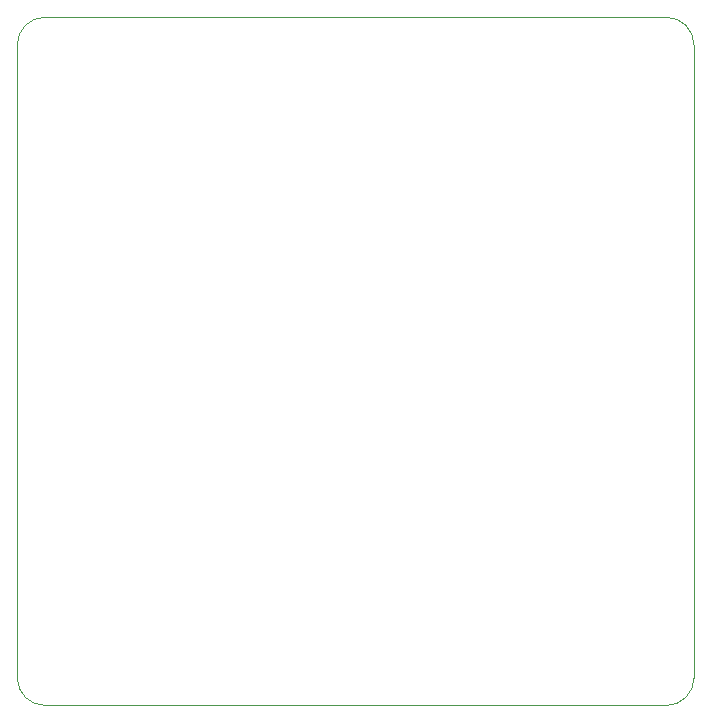
<source format=gbr>
G04 #@! TF.GenerationSoftware,KiCad,Pcbnew,9.0.5*
G04 #@! TF.CreationDate,2025-10-28T18:45:18-07:00*
G04 #@! TF.ProjectId,iris-128b-adapter,69726973-2d31-4323-9862-2d6164617074,rev?*
G04 #@! TF.SameCoordinates,Original*
G04 #@! TF.FileFunction,Profile,NP*
%FSLAX46Y46*%
G04 Gerber Fmt 4.6, Leading zero omitted, Abs format (unit mm)*
G04 Created by KiCad (PCBNEW 9.0.5) date 2025-10-28 18:45:18*
%MOMM*%
%LPD*%
G01*
G04 APERTURE LIST*
G04 #@! TA.AperFunction,Profile*
%ADD10C,0.050000*%
G04 #@! TD*
G04 APERTURE END LIST*
D10*
X106150000Y-73925000D02*
X106150000Y-127500000D01*
X163450000Y-81900000D02*
X163450000Y-114575000D01*
X106150000Y-73925000D02*
G75*
G02*
X108500000Y-71575000I2350000J0D01*
G01*
X163450000Y-81900000D02*
X163450000Y-73925000D01*
X161100000Y-71575000D02*
G75*
G02*
X163450000Y-73925000I0J-2350000D01*
G01*
X163450000Y-127500000D02*
X163450000Y-114575000D01*
X163450000Y-127500000D02*
G75*
G02*
X161100000Y-129850000I-2350000J0D01*
G01*
X108500000Y-129850000D02*
G75*
G02*
X106150000Y-127500000I0J2350000D01*
G01*
X108500000Y-129850000D02*
X161100000Y-129850000D01*
X161100000Y-71575000D02*
X108500000Y-71575000D01*
M02*

</source>
